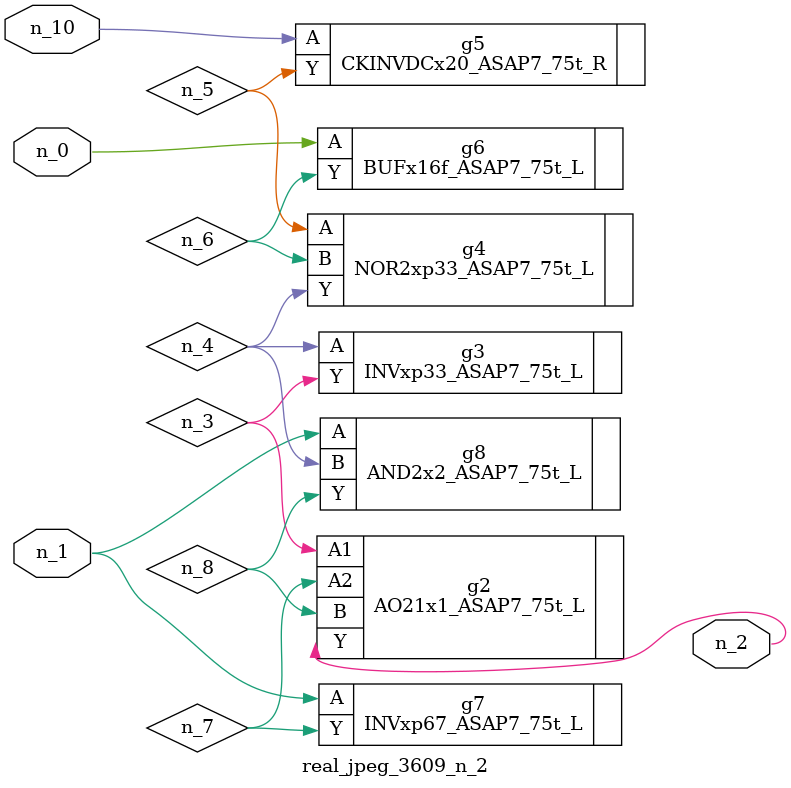
<source format=v>
module real_jpeg_3609_n_2 (n_1, n_10, n_0, n_2);

input n_1;
input n_10;
input n_0;

output n_2;

wire n_5;
wire n_4;
wire n_8;
wire n_6;
wire n_7;
wire n_3;

BUFx16f_ASAP7_75t_L g6 ( 
.A(n_0),
.Y(n_6)
);

INVxp67_ASAP7_75t_L g7 ( 
.A(n_1),
.Y(n_7)
);

AND2x2_ASAP7_75t_L g8 ( 
.A(n_1),
.B(n_4),
.Y(n_8)
);

AO21x1_ASAP7_75t_L g2 ( 
.A1(n_3),
.A2(n_7),
.B(n_8),
.Y(n_2)
);

INVxp33_ASAP7_75t_L g3 ( 
.A(n_4),
.Y(n_3)
);

NOR2xp33_ASAP7_75t_L g4 ( 
.A(n_5),
.B(n_6),
.Y(n_4)
);

CKINVDCx20_ASAP7_75t_R g5 ( 
.A(n_10),
.Y(n_5)
);


endmodule
</source>
